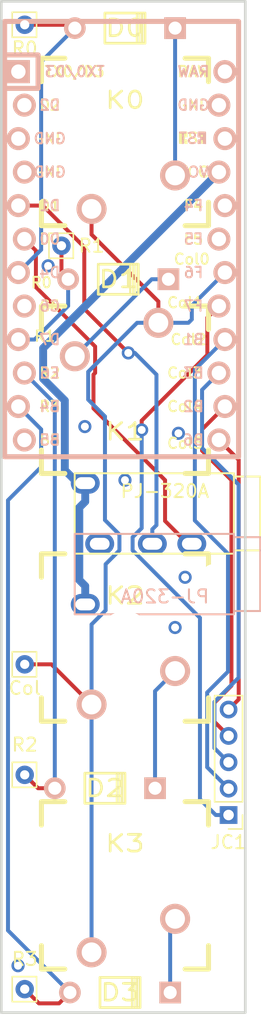
<source format=kicad_pcb>
(kicad_pcb (version 20171130) (host pcbnew 5.0.2-bee76a0~70~ubuntu18.04.1)

  (general
    (thickness 1.6)
    (drawings 4)
    (tracks 132)
    (zones 0)
    (modules 16)
    (nets 19)
  )

  (page User 210.007 148.488)
  (layers
    (0 F.Cu signal)
    (31 B.Cu signal)
    (32 B.Adhes user hide)
    (33 F.Adhes user)
    (34 B.Paste user hide)
    (35 F.Paste user)
    (36 B.SilkS user hide)
    (37 F.SilkS user)
    (38 B.Mask user hide)
    (39 F.Mask user)
    (40 Dwgs.User user)
    (41 Cmts.User user)
    (42 Eco1.User user)
    (43 Eco2.User user)
    (44 Edge.Cuts user)
    (45 Margin user)
    (46 B.CrtYd user hide)
    (47 F.CrtYd user)
    (48 B.Fab user hide)
    (49 F.Fab user hide)
  )

  (setup
    (last_trace_width 0.3)
    (trace_clearance 0.25)
    (zone_clearance 0.15)
    (zone_45_only no)
    (trace_min 0.16)
    (segment_width 0.2)
    (edge_width 0.15)
    (via_size 1)
    (via_drill 0.6)
    (via_min_size 0.4)
    (via_min_drill 0.3)
    (uvia_size 0.3)
    (uvia_drill 0.1)
    (uvias_allowed no)
    (uvia_min_size 0.2)
    (uvia_min_drill 0.1)
    (pcb_text_width 0.3)
    (pcb_text_size 1.5 1.5)
    (mod_edge_width 0.15)
    (mod_text_size 1 1)
    (mod_text_width 0.15)
    (pad_size 1.5 1)
    (pad_drill 0)
    (pad_to_mask_clearance 0.2)
    (solder_mask_min_width 0.25)
    (aux_axis_origin 0 0)
    (visible_elements FFFFFF7F)
    (pcbplotparams
      (layerselection 0x010fc_ffffffff)
      (usegerberextensions false)
      (usegerberattributes false)
      (usegerberadvancedattributes false)
      (creategerberjobfile false)
      (excludeedgelayer true)
      (linewidth 0.100000)
      (plotframeref false)
      (viasonmask false)
      (mode 1)
      (useauxorigin false)
      (hpglpennumber 1)
      (hpglpenspeed 20)
      (hpglpendiameter 15.000000)
      (psnegative false)
      (psa4output false)
      (plotreference true)
      (plotvalue true)
      (plotinvisibletext false)
      (padsonsilk false)
      (subtractmaskfromsilk false)
      (outputformat 1)
      (mirror false)
      (drillshape 0)
      (scaleselection 1)
      (outputdirectory "ColKeys.gbr/"))
  )

  (net 0 "")
  (net 1 Row1)
  (net 2 Row2)
  (net 3 Row3)
  (net 4 Row0)
  (net 5 Col1)
  (net 6 Col2)
  (net 7 Col3)
  (net 8 Col4)
  (net 9 Col5)
  (net 10 GND)
  (net 11 SCL)
  (net 12 SDA)
  (net 13 Col0)
  (net 14 VCC)
  (net 15 "Net-(D0-Pad2)")
  (net 16 "Net-(D1-Pad2)")
  (net 17 "Net-(D2-Pad2)")
  (net 18 "Net-(D3-Pad2)")

  (net_class Default "This is the default net class."
    (clearance 0.25)
    (trace_width 0.3)
    (via_dia 1)
    (via_drill 0.6)
    (uvia_dia 0.3)
    (uvia_drill 0.1)
    (add_net Col0)
    (add_net Col1)
    (add_net Col2)
    (add_net Col3)
    (add_net Col4)
    (add_net Col5)
    (add_net "Net-(D0-Pad2)")
    (add_net "Net-(D1-Pad2)")
    (add_net "Net-(D2-Pad2)")
    (add_net "Net-(D3-Pad2)")
    (add_net Row0)
    (add_net Row1)
    (add_net Row2)
    (add_net Row3)
    (add_net SCL)
    (add_net SDA)
  )

  (net_class Fine ""
    (clearance 0.15)
    (trace_width 0.16)
    (via_dia 0.4)
    (via_drill 0.3)
    (uvia_dia 0.3)
    (uvia_drill 0.1)
  )

  (net_class Power ""
    (clearance 0.15)
    (trace_width 0.6)
    (via_dia 0.8)
    (via_drill 0.4)
    (uvia_dia 0.3)
    (uvia_drill 0.1)
    (add_net GND)
    (add_net VCC)
  )

  (net_class USBData ""
    (clearance 0.16)
    (trace_width 0.16)
    (via_dia 0.8)
    (via_drill 0.4)
    (uvia_dia 0.3)
    (uvia_drill 0.1)
  )

  (module Connector_Pin:Pin_D0.7mm_L6.5mm_W1.8mm_FlatFork (layer F.Cu) (tedit 5E1B7BB6) (tstamp 5E1ABAED)
    (at 28.194 61.468)
    (descr "solder Pin_ with flat fork, hole diameter 0.7mm, length 6.5mm, width 1.8mm")
    (tags "solder Pin_ with flat fork")
    (path /5E1AAFF0)
    (fp_text reference Col (at 0 1.8) (layer F.SilkS)
      (effects (font (size 1 1) (thickness 0.15)))
    )
    (fp_text value Conn_01x01 (at 0 -1.8) (layer F.Fab)
      (effects (font (size 1 1) (thickness 0.15)))
    )
    (fp_line (start 1.35 1.2) (end -1.4 1.2) (layer F.CrtYd) (width 0.05))
    (fp_line (start 1.35 1.2) (end 1.35 -1.2) (layer F.CrtYd) (width 0.05))
    (fp_line (start -1.4 -1.2) (end -1.4 1.2) (layer F.CrtYd) (width 0.05))
    (fp_line (start -1.4 -1.2) (end 1.35 -1.2) (layer F.CrtYd) (width 0.05))
    (fp_line (start -0.9 0.25) (end -0.9 -0.25) (layer F.Fab) (width 0.12))
    (fp_line (start 0.85 0.25) (end -0.9 0.25) (layer F.Fab) (width 0.12))
    (fp_line (start 0.85 -0.25) (end 0.85 0.25) (layer F.Fab) (width 0.12))
    (fp_line (start -0.9 -0.25) (end 0.85 -0.25) (layer F.Fab) (width 0.12))
    (fp_line (start 0.9 -0.95) (end -0.95 -0.95) (layer F.SilkS) (width 0.12))
    (fp_line (start 0.9 -0.9) (end 0.9 -0.95) (layer F.SilkS) (width 0.12))
    (fp_line (start 0.9 0.95) (end 0.9 -0.9) (layer F.SilkS) (width 0.12))
    (fp_line (start -0.95 0.95) (end 0.9 0.95) (layer F.SilkS) (width 0.12))
    (fp_line (start -0.95 -0.95) (end -0.95 0.95) (layer F.SilkS) (width 0.12))
    (fp_text user %R (at 0 1.8) (layer F.Fab)
      (effects (font (size 1 1) (thickness 0.15)))
    )
    (pad 1 thru_hole circle (at 0 0) (size 1.4 1.4) (drill 0.7) (layers *.Cu *.Mask)
      (net 13 Col0))
    (model ${KISYS3DMOD}/Connector_Pin.3dshapes/Pin_D0.7mm_L6.5mm_W1.8mm_FlatFork.wrl
      (at (xyz 0 0 0))
      (scale (xyz 1 1 1))
      (rotate (xyz 0 0 0))
    )
  )

  (module Connector_Pin:Pin_D0.7mm_L6.5mm_W1.8mm_FlatFork (layer F.Cu) (tedit 5A1DC084) (tstamp 5E1ABB01)
    (at 30.988 29.718)
    (descr "solder Pin_ with flat fork, hole diameter 0.7mm, length 6.5mm, width 1.8mm")
    (tags "solder Pin_ with flat fork")
    (path /5E1DCA8F)
    (fp_text reference R1 (at 2.286 0) (layer F.SilkS)
      (effects (font (size 1 1) (thickness 0.15)))
    )
    (fp_text value Conn_01x01 (at 0 -1.8) (layer F.Fab)
      (effects (font (size 1 1) (thickness 0.15)))
    )
    (fp_line (start 1.35 1.2) (end -1.4 1.2) (layer F.CrtYd) (width 0.05))
    (fp_line (start 1.35 1.2) (end 1.35 -1.2) (layer F.CrtYd) (width 0.05))
    (fp_line (start -1.4 -1.2) (end -1.4 1.2) (layer F.CrtYd) (width 0.05))
    (fp_line (start -1.4 -1.2) (end 1.35 -1.2) (layer F.CrtYd) (width 0.05))
    (fp_line (start -0.9 0.25) (end -0.9 -0.25) (layer F.Fab) (width 0.12))
    (fp_line (start 0.85 0.25) (end -0.9 0.25) (layer F.Fab) (width 0.12))
    (fp_line (start 0.85 -0.25) (end 0.85 0.25) (layer F.Fab) (width 0.12))
    (fp_line (start -0.9 -0.25) (end 0.85 -0.25) (layer F.Fab) (width 0.12))
    (fp_line (start 0.9 -0.95) (end -0.95 -0.95) (layer F.SilkS) (width 0.12))
    (fp_line (start 0.9 -0.9) (end 0.9 -0.95) (layer F.SilkS) (width 0.12))
    (fp_line (start 0.9 0.95) (end 0.9 -0.9) (layer F.SilkS) (width 0.12))
    (fp_line (start -0.95 0.95) (end 0.9 0.95) (layer F.SilkS) (width 0.12))
    (fp_line (start -0.95 -0.95) (end -0.95 0.95) (layer F.SilkS) (width 0.12))
    (fp_text user %R (at 0 1.8) (layer F.Fab)
      (effects (font (size 1 1) (thickness 0.15)))
    )
    (pad 1 thru_hole circle (at 0 0) (size 1.4 1.4) (drill 0.7) (layers *.Cu *.Mask)
      (net 1 Row1))
    (model ${KISYS3DMOD}/Connector_Pin.3dshapes/Pin_D0.7mm_L6.5mm_W1.8mm_FlatFork.wrl
      (at (xyz 0 0 0))
      (scale (xyz 1 1 1))
      (rotate (xyz 0 0 0))
    )
  )

  (module Connector_Pin:Pin_D0.7mm_L6.5mm_W1.8mm_FlatFork (layer F.Cu) (tedit 5A1DC084) (tstamp 5E1ABB0B)
    (at 28.194 69.85)
    (descr "solder Pin_ with flat fork, hole diameter 0.7mm, length 6.5mm, width 1.8mm")
    (tags "solder Pin_ with flat fork")
    (path /5E1DCAE1)
    (fp_text reference R2 (at 0 -2.286) (layer F.SilkS)
      (effects (font (size 1 1) (thickness 0.15)))
    )
    (fp_text value Conn_01x01 (at 0 -1.8) (layer F.Fab)
      (effects (font (size 1 1) (thickness 0.15)))
    )
    (fp_line (start 1.35 1.2) (end -1.4 1.2) (layer F.CrtYd) (width 0.05))
    (fp_line (start 1.35 1.2) (end 1.35 -1.2) (layer F.CrtYd) (width 0.05))
    (fp_line (start -1.4 -1.2) (end -1.4 1.2) (layer F.CrtYd) (width 0.05))
    (fp_line (start -1.4 -1.2) (end 1.35 -1.2) (layer F.CrtYd) (width 0.05))
    (fp_line (start -0.9 0.25) (end -0.9 -0.25) (layer F.Fab) (width 0.12))
    (fp_line (start 0.85 0.25) (end -0.9 0.25) (layer F.Fab) (width 0.12))
    (fp_line (start 0.85 -0.25) (end 0.85 0.25) (layer F.Fab) (width 0.12))
    (fp_line (start -0.9 -0.25) (end 0.85 -0.25) (layer F.Fab) (width 0.12))
    (fp_line (start 0.9 -0.95) (end -0.95 -0.95) (layer F.SilkS) (width 0.12))
    (fp_line (start 0.9 -0.9) (end 0.9 -0.95) (layer F.SilkS) (width 0.12))
    (fp_line (start 0.9 0.95) (end 0.9 -0.9) (layer F.SilkS) (width 0.12))
    (fp_line (start -0.95 0.95) (end 0.9 0.95) (layer F.SilkS) (width 0.12))
    (fp_line (start -0.95 -0.95) (end -0.95 0.95) (layer F.SilkS) (width 0.12))
    (fp_text user %R (at 0 1.8) (layer F.Fab)
      (effects (font (size 1 1) (thickness 0.15)))
    )
    (pad 1 thru_hole circle (at 0 0) (size 1.4 1.4) (drill 0.7) (layers *.Cu *.Mask)
      (net 2 Row2))
    (model ${KISYS3DMOD}/Connector_Pin.3dshapes/Pin_D0.7mm_L6.5mm_W1.8mm_FlatFork.wrl
      (at (xyz 0 0 0))
      (scale (xyz 1 1 1))
      (rotate (xyz 0 0 0))
    )
  )

  (module Connector_Pin:Pin_D0.7mm_L6.5mm_W1.8mm_FlatFork (layer F.Cu) (tedit 5A1DC084) (tstamp 5E1ABB15)
    (at 28.194 86.106)
    (descr "solder Pin_ with flat fork, hole diameter 0.7mm, length 6.5mm, width 1.8mm")
    (tags "solder Pin_ with flat fork")
    (path /5E1DCB29)
    (fp_text reference R3 (at 0 -2.286) (layer F.SilkS)
      (effects (font (size 1 1) (thickness 0.15)))
    )
    (fp_text value Conn_01x01 (at 0 -1.8) (layer F.Fab)
      (effects (font (size 1 1) (thickness 0.15)))
    )
    (fp_line (start 1.35 1.2) (end -1.4 1.2) (layer F.CrtYd) (width 0.05))
    (fp_line (start 1.35 1.2) (end 1.35 -1.2) (layer F.CrtYd) (width 0.05))
    (fp_line (start -1.4 -1.2) (end -1.4 1.2) (layer F.CrtYd) (width 0.05))
    (fp_line (start -1.4 -1.2) (end 1.35 -1.2) (layer F.CrtYd) (width 0.05))
    (fp_line (start -0.9 0.25) (end -0.9 -0.25) (layer F.Fab) (width 0.12))
    (fp_line (start 0.85 0.25) (end -0.9 0.25) (layer F.Fab) (width 0.12))
    (fp_line (start 0.85 -0.25) (end 0.85 0.25) (layer F.Fab) (width 0.12))
    (fp_line (start -0.9 -0.25) (end 0.85 -0.25) (layer F.Fab) (width 0.12))
    (fp_line (start 0.9 -0.95) (end -0.95 -0.95) (layer F.SilkS) (width 0.12))
    (fp_line (start 0.9 -0.9) (end 0.9 -0.95) (layer F.SilkS) (width 0.12))
    (fp_line (start 0.9 0.95) (end 0.9 -0.9) (layer F.SilkS) (width 0.12))
    (fp_line (start -0.95 0.95) (end 0.9 0.95) (layer F.SilkS) (width 0.12))
    (fp_line (start -0.95 -0.95) (end -0.95 0.95) (layer F.SilkS) (width 0.12))
    (fp_text user %R (at 0 1.8) (layer F.Fab)
      (effects (font (size 1 1) (thickness 0.15)))
    )
    (pad 1 thru_hole circle (at 0 0) (size 1.4 1.4) (drill 0.7) (layers *.Cu *.Mask)
      (net 3 Row3))
    (model ${KISYS3DMOD}/Connector_Pin.3dshapes/Pin_D0.7mm_L6.5mm_W1.8mm_FlatFork.wrl
      (at (xyz 0 0 0))
      (scale (xyz 1 1 1))
      (rotate (xyz 0 0 0))
    )
  )

  (module Connector_Pin:Pin_D0.7mm_L6.5mm_W1.8mm_FlatFork (layer F.Cu) (tedit 5A1DC084) (tstamp 5E1ABAF7)
    (at 28.194 12.954)
    (descr "solder Pin_ with flat fork, hole diameter 0.7mm, length 6.5mm, width 1.8mm")
    (tags "solder Pin_ with flat fork")
    (path /5E1DC9BB)
    (fp_text reference R0 (at 0 1.8) (layer F.SilkS)
      (effects (font (size 1 1) (thickness 0.15)))
    )
    (fp_text value Conn_01x01 (at 0 -1.8) (layer F.Fab)
      (effects (font (size 1 1) (thickness 0.15)))
    )
    (fp_line (start 1.35 1.2) (end -1.4 1.2) (layer F.CrtYd) (width 0.05))
    (fp_line (start 1.35 1.2) (end 1.35 -1.2) (layer F.CrtYd) (width 0.05))
    (fp_line (start -1.4 -1.2) (end -1.4 1.2) (layer F.CrtYd) (width 0.05))
    (fp_line (start -1.4 -1.2) (end 1.35 -1.2) (layer F.CrtYd) (width 0.05))
    (fp_line (start -0.9 0.25) (end -0.9 -0.25) (layer F.Fab) (width 0.12))
    (fp_line (start 0.85 0.25) (end -0.9 0.25) (layer F.Fab) (width 0.12))
    (fp_line (start 0.85 -0.25) (end 0.85 0.25) (layer F.Fab) (width 0.12))
    (fp_line (start -0.9 -0.25) (end 0.85 -0.25) (layer F.Fab) (width 0.12))
    (fp_line (start 0.9 -0.95) (end -0.95 -0.95) (layer F.SilkS) (width 0.12))
    (fp_line (start 0.9 -0.9) (end 0.9 -0.95) (layer F.SilkS) (width 0.12))
    (fp_line (start 0.9 0.95) (end 0.9 -0.9) (layer F.SilkS) (width 0.12))
    (fp_line (start -0.95 0.95) (end 0.9 0.95) (layer F.SilkS) (width 0.12))
    (fp_line (start -0.95 -0.95) (end -0.95 0.95) (layer F.SilkS) (width 0.12))
    (fp_text user %R (at 0 1.8) (layer F.Fab)
      (effects (font (size 1 1) (thickness 0.15)))
    )
    (pad 1 thru_hole circle (at 0 0) (size 1.4 1.4) (drill 0.7) (layers *.Cu *.Mask)
      (net 4 Row0))
    (model ${KISYS3DMOD}/Connector_Pin.3dshapes/Pin_D0.7mm_L6.5mm_W1.8mm_FlatFork.wrl
      (at (xyz 0 0 0))
      (scale (xyz 1 1 1))
      (rotate (xyz 0 0 0))
    )
  )

  (module Keebio-Parts:MX_Plate_100H (layer F.Cu) (tedit 582C9B49) (tstamp 5E1AB239)
    (at 35.814 40.64)
    (path /5E1AA21A)
    (fp_text reference K1 (at 0 3.175) (layer F.SilkS)
      (effects (font (size 1.27 1.524) (thickness 0.2032)))
    )
    (fp_text value K34 (at 0 5.08) (layer F.SilkS) hide
      (effects (font (size 1.27 1.524) (thickness 0.2032)))
    )
    (fp_line (start -6.35 -4.572) (end -6.35 -6.35) (layer F.SilkS) (width 0.381))
    (fp_line (start -6.35 6.35) (end -6.35 4.572) (layer F.SilkS) (width 0.381))
    (fp_line (start -4.572 6.35) (end -6.35 6.35) (layer F.SilkS) (width 0.381))
    (fp_line (start 6.35 6.35) (end 4.572 6.35) (layer F.SilkS) (width 0.381))
    (fp_line (start 6.35 4.572) (end 6.35 6.35) (layer F.SilkS) (width 0.381))
    (fp_line (start 6.35 -6.35) (end 6.35 -4.572) (layer F.SilkS) (width 0.381))
    (fp_line (start 4.572 -6.35) (end 6.35 -6.35) (layer F.SilkS) (width 0.381))
    (fp_line (start -6.35 -6.35) (end -4.572 -6.35) (layer F.SilkS) (width 0.381))
    (fp_line (start -9.398 9.398) (end -9.398 -9.398) (layer Dwgs.User) (width 0.1524))
    (fp_line (start 9.398 9.398) (end -9.398 9.398) (layer Dwgs.User) (width 0.1524))
    (fp_line (start 9.398 -9.398) (end 9.398 9.398) (layer Dwgs.User) (width 0.1524))
    (fp_line (start -9.398 -9.398) (end 9.398 -9.398) (layer Dwgs.User) (width 0.1524))
    (fp_line (start -6.35 6.35) (end -6.35 -6.35) (layer Cmts.User) (width 0.1524))
    (fp_line (start 6.35 6.35) (end -6.35 6.35) (layer Cmts.User) (width 0.1524))
    (fp_line (start 6.35 -6.35) (end 6.35 6.35) (layer Cmts.User) (width 0.1524))
    (fp_line (start -6.35 -6.35) (end 6.35 -6.35) (layer Cmts.User) (width 0.1524))
    (fp_text user 1.00u (at -5.715 8.255) (layer Dwgs.User)
      (effects (font (size 1.524 1.524) (thickness 0.3048)))
    )
    (pad HOLE np_thru_hole circle (at 0 0) (size 3.9878 3.9878) (drill 3.9878) (layers *.Cu))
    (pad 2 thru_hole circle (at -3.81 -2.54) (size 2.286 2.286) (drill 1.4986) (layers *.Cu *.SilkS *.Mask)
      (net 16 "Net-(D1-Pad2)"))
    (pad 1 thru_hole circle (at 2.54 -5.08) (size 2.286 2.286) (drill 1.4986) (layers *.Cu *.SilkS *.Mask)
      (net 13 Col0))
  )

  (module Keebio-Parts:MX_Plate_100H (layer F.Cu) (tedit 582C9B49) (tstamp 5E1AB221)
    (at 35.814 21.844 180)
    (path /5E1AA260)
    (fp_text reference K0 (at 0 3.175 180) (layer F.SilkS)
      (effects (font (size 1.27 1.524) (thickness 0.2032)))
    )
    (fp_text value K34 (at 0 5.08 180) (layer F.SilkS) hide
      (effects (font (size 1.27 1.524) (thickness 0.2032)))
    )
    (fp_text user 1.00u (at -5.715 8.255 180) (layer Dwgs.User)
      (effects (font (size 1.524 1.524) (thickness 0.3048)))
    )
    (fp_line (start -6.35 -6.35) (end 6.35 -6.35) (layer Cmts.User) (width 0.1524))
    (fp_line (start 6.35 -6.35) (end 6.35 6.35) (layer Cmts.User) (width 0.1524))
    (fp_line (start 6.35 6.35) (end -6.35 6.35) (layer Cmts.User) (width 0.1524))
    (fp_line (start -6.35 6.35) (end -6.35 -6.35) (layer Cmts.User) (width 0.1524))
    (fp_line (start -9.398 -9.398) (end 9.398 -9.398) (layer Dwgs.User) (width 0.1524))
    (fp_line (start 9.398 -9.398) (end 9.398 9.398) (layer Dwgs.User) (width 0.1524))
    (fp_line (start 9.398 9.398) (end -9.398 9.398) (layer Dwgs.User) (width 0.1524))
    (fp_line (start -9.398 9.398) (end -9.398 -9.398) (layer Dwgs.User) (width 0.1524))
    (fp_line (start -6.35 -6.35) (end -4.572 -6.35) (layer F.SilkS) (width 0.381))
    (fp_line (start 4.572 -6.35) (end 6.35 -6.35) (layer F.SilkS) (width 0.381))
    (fp_line (start 6.35 -6.35) (end 6.35 -4.572) (layer F.SilkS) (width 0.381))
    (fp_line (start 6.35 4.572) (end 6.35 6.35) (layer F.SilkS) (width 0.381))
    (fp_line (start 6.35 6.35) (end 4.572 6.35) (layer F.SilkS) (width 0.381))
    (fp_line (start -4.572 6.35) (end -6.35 6.35) (layer F.SilkS) (width 0.381))
    (fp_line (start -6.35 6.35) (end -6.35 4.572) (layer F.SilkS) (width 0.381))
    (fp_line (start -6.35 -4.572) (end -6.35 -6.35) (layer F.SilkS) (width 0.381))
    (pad 1 thru_hole circle (at 2.54 -5.08 180) (size 2.286 2.286) (drill 1.4986) (layers *.Cu *.SilkS *.Mask)
      (net 13 Col0))
    (pad 2 thru_hole circle (at -3.81 -2.54 180) (size 2.286 2.286) (drill 1.4986) (layers *.Cu *.SilkS *.Mask)
      (net 15 "Net-(D0-Pad2)"))
    (pad HOLE np_thru_hole circle (at 0 0 180) (size 3.9878 3.9878) (drill 3.9878) (layers *.Cu))
  )

  (module Connector_PinHeader_2.00mm:PinHeader_1x05_P2.00mm_Vertical (layer F.Cu) (tedit 59FED667) (tstamp 5E33A1CB)
    (at 43.688 72.898 180)
    (descr "Through hole straight pin header, 1x05, 2.00mm pitch, single row")
    (tags "Through hole pin header THT 1x05 2.00mm single row")
    (path /5E1CE647)
    (fp_text reference JC1 (at 0 -2.06 180) (layer F.SilkS)
      (effects (font (size 1 1) (thickness 0.15)))
    )
    (fp_text value Conn_01x05 (at 0 10.06 180) (layer F.Fab)
      (effects (font (size 1 1) (thickness 0.15)))
    )
    (fp_line (start -0.5 -1) (end 1 -1) (layer F.Fab) (width 0.1))
    (fp_line (start 1 -1) (end 1 9) (layer F.Fab) (width 0.1))
    (fp_line (start 1 9) (end -1 9) (layer F.Fab) (width 0.1))
    (fp_line (start -1 9) (end -1 -0.5) (layer F.Fab) (width 0.1))
    (fp_line (start -1 -0.5) (end -0.5 -1) (layer F.Fab) (width 0.1))
    (fp_line (start -1.06 9.06) (end 1.06 9.06) (layer F.SilkS) (width 0.12))
    (fp_line (start -1.06 1) (end -1.06 9.06) (layer F.SilkS) (width 0.12))
    (fp_line (start 1.06 1) (end 1.06 9.06) (layer F.SilkS) (width 0.12))
    (fp_line (start -1.06 1) (end 1.06 1) (layer F.SilkS) (width 0.12))
    (fp_line (start -1.06 0) (end -1.06 -1.06) (layer F.SilkS) (width 0.12))
    (fp_line (start -1.06 -1.06) (end 0 -1.06) (layer F.SilkS) (width 0.12))
    (fp_line (start -1.5 -1.5) (end -1.5 9.5) (layer F.CrtYd) (width 0.05))
    (fp_line (start -1.5 9.5) (end 1.5 9.5) (layer F.CrtYd) (width 0.05))
    (fp_line (start 1.5 9.5) (end 1.5 -1.5) (layer F.CrtYd) (width 0.05))
    (fp_line (start 1.5 -1.5) (end -1.5 -1.5) (layer F.CrtYd) (width 0.05))
    (fp_text user %R (at 0 4 270) (layer F.Fab)
      (effects (font (size 1 1) (thickness 0.15)))
    )
    (pad 1 thru_hole rect (at 0 0 180) (size 1.35 1.35) (drill 0.8) (layers *.Cu *.Mask)
      (net 5 Col1))
    (pad 2 thru_hole oval (at 0 2 180) (size 1.35 1.35) (drill 0.8) (layers *.Cu *.Mask)
      (net 6 Col2))
    (pad 3 thru_hole oval (at 0 4 180) (size 1.35 1.35) (drill 0.8) (layers *.Cu *.Mask)
      (net 7 Col3))
    (pad 4 thru_hole oval (at 0 6 180) (size 1.35 1.35) (drill 0.8) (layers *.Cu *.Mask)
      (net 8 Col4))
    (pad 5 thru_hole oval (at 0 8 180) (size 1.35 1.35) (drill 0.8) (layers *.Cu *.Mask)
      (net 9 Col5))
    (model ${KISYS3DMOD}/Connector_PinHeader_2.00mm.3dshapes/PinHeader_1x05_P2.00mm_Vertical.wrl
      (at (xyz 0 0 0))
      (scale (xyz 1 1 1))
      (rotate (xyz 0 0 0))
    )
  )

  (module Keebio-Parts:MX_Plate_100H (layer F.Cu) (tedit 582C9B49) (tstamp 5E33A1E3)
    (at 35.814 59.436 180)
    (path /5E1AA1BA)
    (fp_text reference K2 (at 0 3.175 180) (layer F.SilkS)
      (effects (font (size 1.27 1.524) (thickness 0.2032)))
    )
    (fp_text value K34 (at 0 5.08 180) (layer F.SilkS) hide
      (effects (font (size 1.27 1.524) (thickness 0.2032)))
    )
    (fp_text user 1.00u (at -5.715 8.255 180) (layer Dwgs.User)
      (effects (font (size 1.524 1.524) (thickness 0.3048)))
    )
    (fp_line (start -6.35 -6.35) (end 6.35 -6.35) (layer Cmts.User) (width 0.1524))
    (fp_line (start 6.35 -6.35) (end 6.35 6.35) (layer Cmts.User) (width 0.1524))
    (fp_line (start 6.35 6.35) (end -6.35 6.35) (layer Cmts.User) (width 0.1524))
    (fp_line (start -6.35 6.35) (end -6.35 -6.35) (layer Cmts.User) (width 0.1524))
    (fp_line (start -9.398 -9.398) (end 9.398 -9.398) (layer Dwgs.User) (width 0.1524))
    (fp_line (start 9.398 -9.398) (end 9.398 9.398) (layer Dwgs.User) (width 0.1524))
    (fp_line (start 9.398 9.398) (end -9.398 9.398) (layer Dwgs.User) (width 0.1524))
    (fp_line (start -9.398 9.398) (end -9.398 -9.398) (layer Dwgs.User) (width 0.1524))
    (fp_line (start -6.35 -6.35) (end -4.572 -6.35) (layer F.SilkS) (width 0.381))
    (fp_line (start 4.572 -6.35) (end 6.35 -6.35) (layer F.SilkS) (width 0.381))
    (fp_line (start 6.35 -6.35) (end 6.35 -4.572) (layer F.SilkS) (width 0.381))
    (fp_line (start 6.35 4.572) (end 6.35 6.35) (layer F.SilkS) (width 0.381))
    (fp_line (start 6.35 6.35) (end 4.572 6.35) (layer F.SilkS) (width 0.381))
    (fp_line (start -4.572 6.35) (end -6.35 6.35) (layer F.SilkS) (width 0.381))
    (fp_line (start -6.35 6.35) (end -6.35 4.572) (layer F.SilkS) (width 0.381))
    (fp_line (start -6.35 -4.572) (end -6.35 -6.35) (layer F.SilkS) (width 0.381))
    (pad 1 thru_hole circle (at 2.54 -5.08 180) (size 2.286 2.286) (drill 1.4986) (layers *.Cu *.SilkS *.Mask)
      (net 13 Col0))
    (pad 2 thru_hole circle (at -3.81 -2.54 180) (size 2.286 2.286) (drill 1.4986) (layers *.Cu *.SilkS *.Mask)
      (net 17 "Net-(D2-Pad2)"))
    (pad HOLE np_thru_hole circle (at 0 0 180) (size 3.9878 3.9878) (drill 3.9878) (layers *.Cu))
  )

  (module Keebio-Parts:ArduinoProMicro-ZigZag (layer F.Cu) (tedit 5E1B7C55) (tstamp 5E33AC62)
    (at 35.56 30.48 270)
    (path /5E18243D)
    (fp_text reference U1 (at 0 1.625 270) (layer F.SilkS) hide
      (effects (font (size 1 1) (thickness 0.2)))
    )
    (fp_text value Elite-C (at 0 0 270) (layer F.SilkS) hide
      (effects (font (size 1 1) (thickness 0.2)))
    )
    (fp_line (start -12.7 6.35) (end -12.7 8.89) (layer B.SilkS) (width 0.381))
    (fp_line (start -15.24 6.35) (end -12.7 6.35) (layer B.SilkS) (width 0.381))
    (fp_text user D2 (at -11.43 5.461) (layer B.SilkS)
      (effects (font (size 0.8 0.8) (thickness 0.15)) (justify mirror))
    )
    (fp_text user D0 (at -1.27 5.461) (layer B.SilkS)
      (effects (font (size 0.8 0.8) (thickness 0.15)) (justify mirror))
    )
    (fp_text user D1 (at -3.81 5.461) (layer B.SilkS)
      (effects (font (size 0.8 0.8) (thickness 0.15)) (justify mirror))
    )
    (fp_text user GND (at -6.35 5.461) (layer B.SilkS)
      (effects (font (size 0.8 0.8) (thickness 0.15)) (justify mirror))
    )
    (fp_text user GND (at -8.89 5.461) (layer B.SilkS)
      (effects (font (size 0.8 0.8) (thickness 0.15)) (justify mirror))
    )
    (fp_text user D4 (at 1.27 5.461) (layer B.SilkS)
      (effects (font (size 0.8 0.8) (thickness 0.15)) (justify mirror))
    )
    (fp_text user C6 (at 3.81 5.461) (layer B.SilkS)
      (effects (font (size 0.8 0.8) (thickness 0.15)) (justify mirror))
    )
    (fp_text user D7 (at 6.35 5.461) (layer B.SilkS)
      (effects (font (size 0.8 0.8) (thickness 0.15)) (justify mirror))
    )
    (fp_text user E6 (at 8.89 5.461) (layer B.SilkS)
      (effects (font (size 0.8 0.8) (thickness 0.15)) (justify mirror))
    )
    (fp_text user B4 (at 11.43 5.461) (layer B.SilkS)
      (effects (font (size 0.8 0.8) (thickness 0.15)) (justify mirror))
    )
    (fp_text user B5 (at 13.97 5.461) (layer B.SilkS)
      (effects (font (size 0.8 0.8) (thickness 0.15)) (justify mirror))
    )
    (fp_text user B6 (at 13.97 -5.461) (layer B.SilkS)
      (effects (font (size 0.8 0.8) (thickness 0.15)) (justify mirror))
    )
    (fp_text user Col4 (at 11.43 -4.826) (layer F.SilkS)
      (effects (font (size 0.8 0.8) (thickness 0.15)))
    )
    (fp_text user B3 (at 8.89 -5.461) (layer B.SilkS)
      (effects (font (size 0.8 0.8) (thickness 0.15)) (justify mirror))
    )
    (fp_text user B1 (at 6.35 -5.461) (layer B.SilkS)
      (effects (font (size 0.8 0.8) (thickness 0.15)) (justify mirror))
    )
    (fp_text user Col1 (at 3.556 -4.826) (layer F.SilkS)
      (effects (font (size 0.8 0.8) (thickness 0.15)))
    )
    (fp_text user Col0 (at 0.254 -5.334) (layer F.SilkS)
      (effects (font (size 0.8 0.8) (thickness 0.15)))
    )
    (fp_text user F5 (at -1.27 -5.461) (layer F.SilkS)
      (effects (font (size 0.8 0.8) (thickness 0.15)))
    )
    (fp_text user F4 (at -3.81 -5.461) (layer B.SilkS)
      (effects (font (size 0.8 0.8) (thickness 0.15)) (justify mirror))
    )
    (fp_text user VCC (at -6.35 -5.461) (layer B.SilkS)
      (effects (font (size 0.8 0.8) (thickness 0.15)) (justify mirror))
    )
    (fp_text user GND (at -11.43 -5.461) (layer B.SilkS)
      (effects (font (size 0.8 0.8) (thickness 0.15)) (justify mirror))
    )
    (fp_text user RAW (at -13.97 -5.461) (layer B.SilkS)
      (effects (font (size 0.8 0.8) (thickness 0.15)) (justify mirror))
    )
    (fp_text user RAW (at -13.97 -5.461) (layer F.SilkS)
      (effects (font (size 0.8 0.8) (thickness 0.15)))
    )
    (fp_text user GND (at -11.43 -5.461) (layer F.SilkS)
      (effects (font (size 0.8 0.8) (thickness 0.15)))
    )
    (fp_text user ST (at -8.92 -5.73312) (layer F.SilkS)
      (effects (font (size 0.8 0.8) (thickness 0.15)))
    )
    (fp_text user VCC (at -6.35 -5.461) (layer F.SilkS)
      (effects (font (size 0.8 0.8) (thickness 0.15)))
    )
    (fp_text user F4 (at -3.81 -5.461) (layer F.SilkS)
      (effects (font (size 0.8 0.8) (thickness 0.15)))
    )
    (fp_text user F5 (at -1.27 -5.461) (layer B.SilkS)
      (effects (font (size 0.8 0.8) (thickness 0.15)) (justify mirror))
    )
    (fp_text user F6 (at 1.27 -5.461) (layer B.SilkS)
      (effects (font (size 0.8 0.8) (thickness 0.15)) (justify mirror))
    )
    (fp_text user F7 (at 3.81 -5.461) (layer B.SilkS)
      (effects (font (size 0.8 0.8) (thickness 0.15)) (justify mirror))
    )
    (fp_text user Col2 (at 6.35 -5.08) (layer F.SilkS)
      (effects (font (size 0.8 0.8) (thickness 0.15)))
    )
    (fp_text user Col3 (at 8.89 -4.826) (layer F.SilkS)
      (effects (font (size 0.8 0.8) (thickness 0.15)))
    )
    (fp_text user B2 (at 11.43 -5.461) (layer B.SilkS)
      (effects (font (size 0.8 0.8) (thickness 0.15)) (justify mirror))
    )
    (fp_text user Col5 (at 14.224 -4.826) (layer F.SilkS)
      (effects (font (size 0.8 0.8) (thickness 0.15)))
    )
    (fp_text user B5 (at 13.97 5.461) (layer F.SilkS)
      (effects (font (size 0.8 0.8) (thickness 0.15)))
    )
    (fp_text user R3 (at 11.43 5.461) (layer F.SilkS)
      (effects (font (size 0.8 0.8) (thickness 0.15)))
    )
    (fp_text user R2 (at 8.89 5.461) (layer F.SilkS)
      (effects (font (size 0.8 0.8) (thickness 0.15)))
    )
    (fp_text user R1 (at 6.096 5.842) (layer F.SilkS)
      (effects (font (size 0.8 0.8) (thickness 0.15)))
    )
    (fp_text user C6 (at 3.81 5.461) (layer F.SilkS)
      (effects (font (size 0.8 0.8) (thickness 0.15)))
    )
    (fp_text user R0 (at 2.032 6.096) (layer F.SilkS)
      (effects (font (size 0.8 0.8) (thickness 0.15)))
    )
    (fp_text user GND (at -8.89 5.461) (layer F.SilkS)
      (effects (font (size 0.8 0.8) (thickness 0.15)))
    )
    (fp_text user GND (at -6.35 5.461) (layer F.SilkS)
      (effects (font (size 0.8 0.8) (thickness 0.15)))
    )
    (fp_text user D1 (at -3.81 5.461) (layer F.SilkS)
      (effects (font (size 0.8 0.8) (thickness 0.15)))
    )
    (fp_text user D0 (at -1.27 5.461) (layer F.SilkS)
      (effects (font (size 0.8 0.8) (thickness 0.15)))
    )
    (fp_text user D2 (at -11.43 5.461) (layer F.SilkS)
      (effects (font (size 0.8 0.8) (thickness 0.15)))
    )
    (fp_text user TX0/D3 (at -13.97 3.571872) (layer B.SilkS)
      (effects (font (size 0.8 0.8) (thickness 0.15)) (justify mirror))
    )
    (fp_text user TX0/D3 (at -13.97 3.571872) (layer F.SilkS)
      (effects (font (size 0.8 0.8) (thickness 0.15)))
    )
    (fp_line (start -15.24 8.89) (end 15.24 8.89) (layer F.SilkS) (width 0.381))
    (fp_line (start 15.24 8.89) (end 15.24 -8.89) (layer F.SilkS) (width 0.381))
    (fp_line (start 15.24 -8.89) (end -15.24 -8.89) (layer F.SilkS) (width 0.381))
    (fp_line (start -15.24 6.35) (end -12.7 6.35) (layer F.SilkS) (width 0.381))
    (fp_line (start -12.7 6.35) (end -12.7 8.89) (layer F.SilkS) (width 0.381))
    (fp_poly (pts (xy -9.36064 -4.931568) (xy -9.06064 -4.931568) (xy -9.06064 -4.831568) (xy -9.36064 -4.831568)) (layer F.SilkS) (width 0.15))
    (fp_poly (pts (xy -8.96064 -4.731568) (xy -8.86064 -4.731568) (xy -8.86064 -4.631568) (xy -8.96064 -4.631568)) (layer F.SilkS) (width 0.15))
    (fp_poly (pts (xy -9.36064 -4.931568) (xy -9.26064 -4.931568) (xy -9.26064 -4.431568) (xy -9.36064 -4.431568)) (layer F.SilkS) (width 0.15))
    (fp_poly (pts (xy -9.36064 -4.531568) (xy -8.56064 -4.531568) (xy -8.56064 -4.431568) (xy -9.36064 -4.431568)) (layer F.SilkS) (width 0.15))
    (fp_poly (pts (xy -8.76064 -4.931568) (xy -8.56064 -4.931568) (xy -8.56064 -4.831568) (xy -8.76064 -4.831568)) (layer F.SilkS) (width 0.15))
    (fp_text user ST (at -8.91 -5.04) (layer B.SilkS)
      (effects (font (size 0.8 0.8) (thickness 0.15)) (justify mirror))
    )
    (fp_poly (pts (xy -8.95097 -6.044635) (xy -8.85097 -6.044635) (xy -8.85097 -6.144635) (xy -8.95097 -6.144635)) (layer B.SilkS) (width 0.15))
    (fp_poly (pts (xy -9.35097 -6.244635) (xy -8.55097 -6.244635) (xy -8.55097 -6.344635) (xy -9.35097 -6.344635)) (layer B.SilkS) (width 0.15))
    (fp_poly (pts (xy -8.75097 -5.844635) (xy -8.55097 -5.844635) (xy -8.55097 -5.944635) (xy -8.75097 -5.944635)) (layer B.SilkS) (width 0.15))
    (fp_poly (pts (xy -9.35097 -5.844635) (xy -9.05097 -5.844635) (xy -9.05097 -5.944635) (xy -9.35097 -5.944635)) (layer B.SilkS) (width 0.15))
    (fp_poly (pts (xy -9.35097 -5.844635) (xy -9.25097 -5.844635) (xy -9.25097 -6.344635) (xy -9.35097 -6.344635)) (layer B.SilkS) (width 0.15))
    (fp_line (start 15.24 -8.89) (end -17.78 -8.89) (layer B.SilkS) (width 0.381))
    (fp_line (start 15.24 8.89) (end 15.24 -8.89) (layer B.SilkS) (width 0.381))
    (fp_line (start -17.78 8.89) (end 15.24 8.89) (layer B.SilkS) (width 0.381))
    (fp_line (start -17.78 -8.89) (end -17.78 8.89) (layer B.SilkS) (width 0.381))
    (fp_line (start -15.24 -8.89) (end -17.78 -8.89) (layer F.SilkS) (width 0.381))
    (fp_line (start -17.78 -8.89) (end -17.78 8.89) (layer F.SilkS) (width 0.381))
    (fp_line (start -17.78 8.89) (end -15.24 8.89) (layer F.SilkS) (width 0.381))
    (fp_line (start -14.224 -3.556) (end -14.224 3.81) (layer Dwgs.User) (width 0.2))
    (fp_line (start -14.224 3.81) (end -19.304 3.81) (layer Dwgs.User) (width 0.2))
    (fp_line (start -19.304 3.81) (end -19.304 -3.556) (layer Dwgs.User) (width 0.2))
    (fp_line (start -19.304 -3.556) (end -14.224 -3.556) (layer Dwgs.User) (width 0.2))
    (fp_line (start -15.24 6.35) (end -15.24 8.89) (layer B.SilkS) (width 0.381))
    (fp_line (start -15.24 6.35) (end -15.24 8.89) (layer F.SilkS) (width 0.381))
    (pad 1 thru_hole rect (at -13.97 7.8486 270) (size 1.7526 1.7526) (drill 1.0922) (layers *.Cu *.SilkS *.Mask))
    (pad 2 thru_hole circle (at -11.43 7.3914 270) (size 1.7526 1.7526) (drill 1.0922) (layers *.Cu *.SilkS *.Mask))
    (pad 3 thru_hole circle (at -8.89 7.8486 270) (size 1.7526 1.7526) (drill 1.0922) (layers *.Cu *.SilkS *.Mask)
      (net 10 GND))
    (pad 4 thru_hole circle (at -6.35 7.3914 270) (size 1.7526 1.7526) (drill 1.0922) (layers *.Cu *.SilkS *.Mask)
      (net 10 GND))
    (pad 5 thru_hole circle (at -3.81 7.8486 270) (size 1.7526 1.7526) (drill 1.0922) (layers *.Cu *.SilkS *.Mask)
      (net 11 SCL))
    (pad 6 thru_hole circle (at -1.27 7.3914 270) (size 1.7526 1.7526) (drill 1.0922) (layers *.Cu *.SilkS *.Mask)
      (net 12 SDA))
    (pad 7 thru_hole circle (at 1.27 7.8486 270) (size 1.7526 1.7526) (drill 1.0922) (layers *.Cu *.SilkS *.Mask)
      (net 4 Row0))
    (pad 8 thru_hole circle (at 3.81 7.3914 270) (size 1.7526 1.7526) (drill 1.0922) (layers *.Cu *.SilkS *.Mask))
    (pad 9 thru_hole circle (at 6.35 7.8486 270) (size 1.7526 1.7526) (drill 1.0922) (layers *.Cu *.SilkS *.Mask)
      (net 1 Row1))
    (pad 10 thru_hole circle (at 8.89 7.3914 270) (size 1.7526 1.7526) (drill 1.0922) (layers *.Cu *.SilkS *.Mask)
      (net 2 Row2))
    (pad 11 thru_hole circle (at 11.43 7.8486 270) (size 1.7526 1.7526) (drill 1.0922) (layers *.Cu *.SilkS *.Mask)
      (net 3 Row3))
    (pad 13 thru_hole circle (at 13.97 -7.3914 270) (size 1.7526 1.7526) (drill 1.0922) (layers *.Cu *.SilkS *.Mask)
      (net 9 Col5))
    (pad 14 thru_hole circle (at 11.43 -7.8486 270) (size 1.7526 1.7526) (drill 1.0922) (layers *.Cu *.SilkS *.Mask)
      (net 8 Col4))
    (pad 15 thru_hole circle (at 8.89 -7.3914 270) (size 1.7526 1.7526) (drill 1.0922) (layers *.Cu *.SilkS *.Mask)
      (net 7 Col3))
    (pad 16 thru_hole circle (at 6.35 -7.8486 270) (size 1.7526 1.7526) (drill 1.0922) (layers *.Cu *.SilkS *.Mask)
      (net 6 Col2))
    (pad 17 thru_hole circle (at 3.81 -7.3914 270) (size 1.7526 1.7526) (drill 1.0922) (layers *.Cu *.SilkS *.Mask)
      (net 5 Col1))
    (pad 18 thru_hole circle (at 1.27 -7.8486 270) (size 1.7526 1.7526) (drill 1.0922) (layers *.Cu *.SilkS *.Mask)
      (net 13 Col0))
    (pad 19 thru_hole circle (at -1.27 -7.3914 270) (size 1.7526 1.7526) (drill 1.0922) (layers *.Cu *.SilkS *.Mask))
    (pad 20 thru_hole circle (at -3.81 -7.8486 270) (size 1.7526 1.7526) (drill 1.0922) (layers *.Cu *.SilkS *.Mask))
    (pad 21 thru_hole circle (at -6.35 -7.3914 270) (size 1.7526 1.7526) (drill 1.0922) (layers *.Cu *.SilkS *.Mask)
      (net 14 VCC))
    (pad 22 thru_hole circle (at -8.89 -7.8486 270) (size 1.7526 1.7526) (drill 1.0922) (layers *.Cu *.SilkS *.Mask))
    (pad 23 thru_hole circle (at -11.43 -7.3914 270) (size 1.7526 1.7526) (drill 1.0922) (layers *.Cu *.SilkS *.Mask)
      (net 10 GND))
    (pad 12 thru_hole circle (at 13.97 7.3914 270) (size 1.7526 1.7526) (drill 1.0922) (layers *.Cu *.SilkS *.Mask))
    (pad 24 thru_hole circle (at -13.97 -7.8486 270) (size 1.7526 1.7526) (drill 1.0922) (layers *.Cu *.SilkS *.Mask))
    (model /Users/danny/Documents/proj/custom-keyboard/kicad-libs/3d_models/ArduinoProMicro.wrl
      (offset (xyz -13.96999979019165 -7.619999885559082 -5.841999912261963))
      (scale (xyz 0.395 0.395 0.395))
      (rotate (xyz 90 180 180))
    )
  )

  (module Keebio-Parts:TRRS-PJ-320A-dual (layer F.Cu) (tedit 5970F8E5) (tstamp 5E33A322)
    (at 44.094 52.324 270)
    (path /5E1E4710)
    (fp_text reference U2 (at 0 14.2 270) (layer Dwgs.User)
      (effects (font (size 1 1) (thickness 0.15)))
    )
    (fp_text value TRRS (at 0 -5.6 270) (layer F.Fab)
      (effects (font (size 1 1) (thickness 0.15)))
    )
    (fp_text user PJ-320A (at 4 5.25 180) (layer B.SilkS)
      (effects (font (size 1 1) (thickness 0.15)) (justify mirror))
    )
    (fp_text user PJ-320A (at -4 5.25) (layer F.SilkS)
      (effects (font (size 1 1) (thickness 0.15)))
    )
    (fp_line (start 5.1 0) (end 5.1 -2) (layer B.SilkS) (width 0.15))
    (fp_line (start -0.5 -2) (end 5.1 -2) (layer B.SilkS) (width 0.15))
    (fp_line (start -0.5 0) (end -0.5 -2) (layer B.SilkS) (width 0.15))
    (fp_line (start -0.75 12.1) (end 5.35 12.1) (layer B.SilkS) (width 0.15))
    (fp_line (start 5.35 0) (end 5.35 12.1) (layer B.SilkS) (width 0.15))
    (fp_line (start -0.75 0) (end 5.35 0) (layer B.SilkS) (width 0.15))
    (fp_line (start -0.75 0) (end -0.75 12.1) (layer B.SilkS) (width 0.15))
    (fp_line (start 0.5 -2) (end -5.1 -2) (layer F.SilkS) (width 0.15))
    (fp_line (start -5.1 0) (end -5.1 -2) (layer F.SilkS) (width 0.15))
    (fp_line (start 0.5 0) (end 0.5 -2) (layer F.SilkS) (width 0.15))
    (fp_line (start -5.35 0) (end -5.35 12.1) (layer F.SilkS) (width 0.15))
    (fp_line (start 0.75 0) (end 0.75 12.1) (layer F.SilkS) (width 0.15))
    (fp_line (start 0.75 12.1) (end -5.35 12.1) (layer F.SilkS) (width 0.15))
    (fp_line (start 0.75 0) (end -5.35 0) (layer F.SilkS) (width 0.15))
    (pad "" np_thru_hole circle (at 2.3 8.6 270) (size 1.5 1.5) (drill 1.5) (layers *.Cu *.Mask))
    (pad "" np_thru_hole circle (at 2.3 1.6 270) (size 1.5 1.5) (drill 1.5) (layers *.Cu *.Mask))
    (pad 1 thru_hole oval (at 4.6 11.3 270) (size 1.6 2.2) (drill oval 0.9 1.5) (layers *.Cu *.Mask)
      (net 14 VCC))
    (pad 1 thru_hole oval (at -4.6 11.3 270) (size 1.6 2.2) (drill oval 0.9 1.5) (layers *.Cu *.Mask)
      (net 14 VCC))
    (pad 2 thru_hole oval (at 0 10.2 270) (size 1.6 2.2) (drill oval 0.9 1.5) (layers *.Cu *.Mask)
      (net 10 GND))
    (pad 4 thru_hole oval (at 0 3.2 270) (size 1.6 2.2) (drill oval 0.9 1.5) (layers *.Cu *.Mask)
      (net 12 SDA))
    (pad "" np_thru_hole circle (at -2.3 8.6 270) (size 1.5 1.5) (drill 1.5) (layers *.Cu *.Mask))
    (pad "" np_thru_hole circle (at -2.3 1.6 270) (size 1.5 1.5) (drill 1.5) (layers *.Cu *.Mask))
    (pad 3 thru_hole oval (at 0 6.2 270) (size 1.6 2.2) (drill oval 0.9 1.5) (layers *.Cu *.Mask)
      (net 11 SCL))
  )

  (module Keebio-Parts:Diode (layer F.Cu) (tedit 549B02AC) (tstamp 5E3F03A5)
    (at 35.814 13.208)
    (path /5A1C368B)
    (fp_text reference D0 (at 0 0) (layer F.SilkS)
      (effects (font (size 1.27 1.524) (thickness 0.2032)))
    )
    (fp_text value D (at 0 0) (layer F.SilkS) hide
      (effects (font (size 1.27 1.524) (thickness 0.2032)))
    )
    (fp_line (start -1.524 1.143) (end -1.524 -1.143) (layer F.SilkS) (width 0.2032))
    (fp_line (start 1.524 1.143) (end -1.524 1.143) (layer F.SilkS) (width 0.2032))
    (fp_line (start 1.524 -1.143) (end 1.524 1.143) (layer F.SilkS) (width 0.2032))
    (fp_line (start -1.524 -1.143) (end 1.524 -1.143) (layer F.SilkS) (width 0.2032))
    (fp_line (start 1.3 1.1) (end 1.3 -1) (layer F.SilkS) (width 0.15))
    (fp_line (start 1.3 -1.1) (end 1.3 -1) (layer F.SilkS) (width 0.15))
    (fp_line (start 1.3 -1) (end 1.3 -1.1) (layer F.SilkS) (width 0.15))
    (fp_line (start 1.1 -1.1) (end 1.1 1.1) (layer F.SilkS) (width 0.15))
    (fp_line (start 0.9 1.1) (end 0.9 -1.1) (layer F.SilkS) (width 0.15))
    (pad 2 thru_hole rect (at 3.81 0) (size 1.651 1.651) (drill 0.9906) (layers *.Cu *.SilkS *.Mask)
      (net 15 "Net-(D0-Pad2)"))
    (pad 1 thru_hole circle (at -3.81 0) (size 1.651 1.651) (drill 0.9906) (layers *.Cu *.SilkS *.Mask)
      (net 4 Row0))
  )

  (module Keebio-Parts:Diode (layer F.Cu) (tedit 549B02AC) (tstamp 5E1B8780)
    (at 35.306 32.258)
    (path /5A1C3A0F)
    (fp_text reference D1 (at 0 0) (layer F.SilkS)
      (effects (font (size 1.27 1.524) (thickness 0.2032)))
    )
    (fp_text value D (at 0 0) (layer F.SilkS) hide
      (effects (font (size 1.27 1.524) (thickness 0.2032)))
    )
    (fp_line (start 0.9 1.1) (end 0.9 -1.1) (layer F.SilkS) (width 0.15))
    (fp_line (start 1.1 -1.1) (end 1.1 1.1) (layer F.SilkS) (width 0.15))
    (fp_line (start 1.3 -1) (end 1.3 -1.1) (layer F.SilkS) (width 0.15))
    (fp_line (start 1.3 -1.1) (end 1.3 -1) (layer F.SilkS) (width 0.15))
    (fp_line (start 1.3 1.1) (end 1.3 -1) (layer F.SilkS) (width 0.15))
    (fp_line (start -1.524 -1.143) (end 1.524 -1.143) (layer F.SilkS) (width 0.2032))
    (fp_line (start 1.524 -1.143) (end 1.524 1.143) (layer F.SilkS) (width 0.2032))
    (fp_line (start 1.524 1.143) (end -1.524 1.143) (layer F.SilkS) (width 0.2032))
    (fp_line (start -1.524 1.143) (end -1.524 -1.143) (layer F.SilkS) (width 0.2032))
    (pad 1 thru_hole circle (at -3.81 0) (size 1.651 1.651) (drill 0.9906) (layers *.Cu *.SilkS *.Mask)
      (net 1 Row1))
    (pad 2 thru_hole rect (at 3.81 0) (size 1.651 1.651) (drill 0.9906) (layers *.Cu *.SilkS *.Mask)
      (net 16 "Net-(D1-Pad2)"))
  )

  (module Keebio-Parts:Diode (layer F.Cu) (tedit 549B02AC) (tstamp 5E3F03C3)
    (at 34.29 70.866)
    (path /5A1C7569)
    (fp_text reference D2 (at 0 0) (layer F.SilkS)
      (effects (font (size 1.27 1.524) (thickness 0.2032)))
    )
    (fp_text value D (at 0 0) (layer F.SilkS) hide
      (effects (font (size 1.27 1.524) (thickness 0.2032)))
    )
    (fp_line (start -1.524 1.143) (end -1.524 -1.143) (layer F.SilkS) (width 0.2032))
    (fp_line (start 1.524 1.143) (end -1.524 1.143) (layer F.SilkS) (width 0.2032))
    (fp_line (start 1.524 -1.143) (end 1.524 1.143) (layer F.SilkS) (width 0.2032))
    (fp_line (start -1.524 -1.143) (end 1.524 -1.143) (layer F.SilkS) (width 0.2032))
    (fp_line (start 1.3 1.1) (end 1.3 -1) (layer F.SilkS) (width 0.15))
    (fp_line (start 1.3 -1.1) (end 1.3 -1) (layer F.SilkS) (width 0.15))
    (fp_line (start 1.3 -1) (end 1.3 -1.1) (layer F.SilkS) (width 0.15))
    (fp_line (start 1.1 -1.1) (end 1.1 1.1) (layer F.SilkS) (width 0.15))
    (fp_line (start 0.9 1.1) (end 0.9 -1.1) (layer F.SilkS) (width 0.15))
    (pad 2 thru_hole rect (at 3.81 0) (size 1.651 1.651) (drill 0.9906) (layers *.Cu *.SilkS *.Mask)
      (net 17 "Net-(D2-Pad2)"))
    (pad 1 thru_hole circle (at -3.81 0) (size 1.651 1.651) (drill 0.9906) (layers *.Cu *.SilkS *.Mask)
      (net 2 Row2))
  )

  (module Keebio-Parts:Diode (layer F.Cu) (tedit 549B02AC) (tstamp 5E3F03D2)
    (at 35.44 86.36)
    (path /5A1C75B1)
    (fp_text reference D3 (at 0 0) (layer F.SilkS)
      (effects (font (size 1.27 1.524) (thickness 0.2032)))
    )
    (fp_text value D (at 0 0) (layer F.SilkS) hide
      (effects (font (size 1.27 1.524) (thickness 0.2032)))
    )
    (fp_line (start 0.9 1.1) (end 0.9 -1.1) (layer F.SilkS) (width 0.15))
    (fp_line (start 1.1 -1.1) (end 1.1 1.1) (layer F.SilkS) (width 0.15))
    (fp_line (start 1.3 -1) (end 1.3 -1.1) (layer F.SilkS) (width 0.15))
    (fp_line (start 1.3 -1.1) (end 1.3 -1) (layer F.SilkS) (width 0.15))
    (fp_line (start 1.3 1.1) (end 1.3 -1) (layer F.SilkS) (width 0.15))
    (fp_line (start -1.524 -1.143) (end 1.524 -1.143) (layer F.SilkS) (width 0.2032))
    (fp_line (start 1.524 -1.143) (end 1.524 1.143) (layer F.SilkS) (width 0.2032))
    (fp_line (start 1.524 1.143) (end -1.524 1.143) (layer F.SilkS) (width 0.2032))
    (fp_line (start -1.524 1.143) (end -1.524 -1.143) (layer F.SilkS) (width 0.2032))
    (pad 1 thru_hole circle (at -3.81 0) (size 1.651 1.651) (drill 0.9906) (layers *.Cu *.SilkS *.Mask)
      (net 3 Row3))
    (pad 2 thru_hole rect (at 3.81 0) (size 1.651 1.651) (drill 0.9906) (layers *.Cu *.SilkS *.Mask)
      (net 18 "Net-(D3-Pad2)"))
  )

  (module Keebio-Parts:MX_Plate_100H (layer F.Cu) (tedit 582C9B49) (tstamp 5E1AB251)
    (at 35.814 78.232 180)
    (path /5A1C75AB)
    (fp_text reference K3 (at 0 3.175 180) (layer F.SilkS)
      (effects (font (size 1.27 1.524) (thickness 0.2032)))
    )
    (fp_text value K34 (at 0 5.08 180) (layer F.SilkS) hide
      (effects (font (size 1.27 1.524) (thickness 0.2032)))
    )
    (fp_text user 1.00u (at -5.715 8.255 180) (layer Dwgs.User)
      (effects (font (size 1.524 1.524) (thickness 0.3048)))
    )
    (fp_line (start -6.35 -6.35) (end 6.35 -6.35) (layer Cmts.User) (width 0.1524))
    (fp_line (start 6.35 -6.35) (end 6.35 6.35) (layer Cmts.User) (width 0.1524))
    (fp_line (start 6.35 6.35) (end -6.35 6.35) (layer Cmts.User) (width 0.1524))
    (fp_line (start -6.35 6.35) (end -6.35 -6.35) (layer Cmts.User) (width 0.1524))
    (fp_line (start -9.398 -9.398) (end 9.398 -9.398) (layer Dwgs.User) (width 0.1524))
    (fp_line (start 9.398 -9.398) (end 9.398 9.398) (layer Dwgs.User) (width 0.1524))
    (fp_line (start 9.398 9.398) (end -9.398 9.398) (layer Dwgs.User) (width 0.1524))
    (fp_line (start -9.398 9.398) (end -9.398 -9.398) (layer Dwgs.User) (width 0.1524))
    (fp_line (start -6.35 -6.35) (end -4.572 -6.35) (layer F.SilkS) (width 0.381))
    (fp_line (start 4.572 -6.35) (end 6.35 -6.35) (layer F.SilkS) (width 0.381))
    (fp_line (start 6.35 -6.35) (end 6.35 -4.572) (layer F.SilkS) (width 0.381))
    (fp_line (start 6.35 4.572) (end 6.35 6.35) (layer F.SilkS) (width 0.381))
    (fp_line (start 6.35 6.35) (end 4.572 6.35) (layer F.SilkS) (width 0.381))
    (fp_line (start -4.572 6.35) (end -6.35 6.35) (layer F.SilkS) (width 0.381))
    (fp_line (start -6.35 6.35) (end -6.35 4.572) (layer F.SilkS) (width 0.381))
    (fp_line (start -6.35 -4.572) (end -6.35 -6.35) (layer F.SilkS) (width 0.381))
    (pad 1 thru_hole circle (at 2.54 -5.08 180) (size 2.286 2.286) (drill 1.4986) (layers *.Cu *.SilkS *.Mask)
      (net 13 Col0))
    (pad 2 thru_hole circle (at -3.81 -2.54 180) (size 2.286 2.286) (drill 1.4986) (layers *.Cu *.SilkS *.Mask)
      (net 18 "Net-(D3-Pad2)"))
    (pad HOLE np_thru_hole circle (at 0 0 180) (size 3.9878 3.9878) (drill 3.9878) (layers *.Cu))
  )

  (gr_line (start 26.416 87.884) (end 26.416 11.176) (layer Edge.Cuts) (width 0.2) (tstamp 5E1AB382))
  (gr_line (start 44.958 87.884) (end 26.416 87.884) (layer Edge.Cuts) (width 0.2))
  (gr_line (start 44.958 11.176) (end 44.958 87.884) (layer Edge.Cuts) (width 0.2))
  (gr_line (start 26.458 11.176) (end 44.958 11.176) (layer Edge.Cuts) (width 0.2))

  (segment (start 30.988 31.75) (end 31.496 32.258) (width 0.3) (layer F.Cu) (net 1))
  (segment (start 30.988 29.718) (end 30.988 31.75) (width 0.3) (layer F.Cu) (net 1))
  (segment (start 31.496 33.425433) (end 31.496 32.258) (width 0.3) (layer B.Cu) (net 1))
  (segment (start 31.496 34.284675) (end 31.496 33.425433) (width 0.3) (layer B.Cu) (net 1))
  (segment (start 28.950675 36.83) (end 31.496 34.284675) (width 0.3) (layer B.Cu) (net 1))
  (segment (start 27.7114 36.83) (end 28.950675 36.83) (width 0.3) (layer B.Cu) (net 1))
  (segment (start 30.48 41.6814) (end 30.48 70.866) (width 0.3) (layer B.Cu) (net 2))
  (segment (start 28.1686 39.37) (end 30.48 41.6814) (width 0.3) (layer B.Cu) (net 2))
  (segment (start 29.21 70.866) (end 28.194 69.85) (width 0.3) (layer F.Cu) (net 2))
  (segment (start 30.48 70.866) (end 29.21 70.866) (width 0.3) (layer F.Cu) (net 2))
  (segment (start 28.893999 86.805999) (end 28.194 86.106) (width 0.3) (layer F.Cu) (net 3))
  (segment (start 29.273499 87.185499) (end 28.893999 86.805999) (width 0.3) (layer F.Cu) (net 3))
  (segment (start 30.804501 87.185499) (end 29.273499 87.185499) (width 0.3) (layer F.Cu) (net 3))
  (segment (start 31.63 86.36) (end 30.804501 87.185499) (width 0.3) (layer F.Cu) (net 3))
  (segment (start 26.924 49.022) (end 26.924 81.654) (width 0.3) (layer B.Cu) (net 3))
  (segment (start 29.444901 46.501099) (end 26.924 49.022) (width 0.3) (layer B.Cu) (net 3))
  (segment (start 26.924 81.654) (end 31.63 86.36) (width 0.3) (layer B.Cu) (net 3))
  (segment (start 27.7114 41.91) (end 29.444901 43.643501) (width 0.3) (layer B.Cu) (net 3))
  (segment (start 29.444901 43.643501) (end 29.444901 46.501099) (width 0.3) (layer B.Cu) (net 3))
  (segment (start 31.75 12.954) (end 32.004 13.208) (width 0.3) (layer F.Cu) (net 4))
  (segment (start 28.194 12.954) (end 31.75 12.954) (width 0.3) (layer F.Cu) (net 4))
  (segment (start 28.587699 30.873701) (end 27.7114 31.75) (width 0.3) (layer B.Cu) (net 4))
  (segment (start 29.444901 15.767099) (end 29.444901 30.016499) (width 0.3) (layer B.Cu) (net 4))
  (segment (start 29.444901 30.016499) (end 28.587699 30.873701) (width 0.3) (layer B.Cu) (net 4))
  (segment (start 32.004 13.208) (end 29.444901 15.767099) (width 0.3) (layer B.Cu) (net 4))
  (segment (start 37.084 51.13693) (end 37.084 43.688) (width 0.3) (layer B.Cu) (net 5))
  (segment (start 42.713 72.898) (end 41.512979 71.697979) (width 0.3) (layer B.Cu) (net 5))
  (segment (start 43.688 72.898) (end 42.713 72.898) (width 0.3) (layer B.Cu) (net 5))
  (segment (start 41.512979 71.697979) (end 41.512979 57.940049) (width 0.3) (layer B.Cu) (net 5))
  (via (at 37.084 43.688) (size 1) (drill 0.6) (layers F.Cu B.Cu) (net 5))
  (segment (start 41.512979 57.940049) (end 36.39399 52.82106) (width 0.3) (layer B.Cu) (net 5))
  (segment (start 36.39399 52.82106) (end 36.39399 51.82694) (width 0.3) (layer B.Cu) (net 5))
  (segment (start 36.39399 51.82694) (end 37.084 51.13693) (width 0.3) (layer B.Cu) (net 5))
  (segment (start 42.075101 37.989793) (end 42.075101 35.166299) (width 0.3) (layer F.Cu) (net 5))
  (segment (start 42.075101 35.166299) (end 42.9514 34.29) (width 0.3) (layer F.Cu) (net 5))
  (segment (start 37.084 42.980894) (end 42.075101 37.989793) (width 0.3) (layer F.Cu) (net 5))
  (segment (start 37.084 43.688) (end 37.084 42.980894) (width 0.3) (layer F.Cu) (net 5))
  (segment (start 43.644001 53.076931) (end 43.644001 62.019999) (width 0.3) (layer B.Cu) (net 6))
  (segment (start 41.125089 50.558019) (end 43.644001 53.076931) (width 0.3) (layer B.Cu) (net 6))
  (segment (start 43.4086 36.83) (end 41.125089 39.113511) (width 0.3) (layer B.Cu) (net 6))
  (segment (start 41.125089 39.113511) (end 41.125089 50.558019) (width 0.3) (layer B.Cu) (net 6))
  (segment (start 43.013001 70.223001) (end 43.688 70.898) (width 0.3) (layer B.Cu) (net 6))
  (segment (start 42.062989 69.272989) (end 43.013001 70.223001) (width 0.3) (layer B.Cu) (net 6))
  (segment (start 42.062989 63.601011) (end 42.062989 69.272989) (width 0.3) (layer B.Cu) (net 6))
  (segment (start 43.644001 62.019999) (end 42.062989 63.601011) (width 0.3) (layer B.Cu) (net 6))
  (segment (start 42.612999 67.822999) (end 42.612999 64.321001) (width 0.3) (layer B.Cu) (net 7))
  (segment (start 43.688 68.898) (end 42.612999 67.822999) (width 0.3) (layer B.Cu) (net 7))
  (segment (start 42.612999 64.321001) (end 44.45 62.484) (width 0.3) (layer B.Cu) (net 7))
  (segment (start 42.075101 40.246299) (end 42.9514 39.37) (width 0.3) (layer B.Cu) (net 7))
  (segment (start 41.675099 40.646301) (end 42.075101 40.246299) (width 0.3) (layer B.Cu) (net 7))
  (segment (start 41.675099 45.062625) (end 41.675099 40.646301) (width 0.3) (layer B.Cu) (net 7))
  (segment (start 44.45 47.837526) (end 41.675099 45.062625) (width 0.3) (layer B.Cu) (net 7))
  (segment (start 44.45 62.484) (end 44.45 47.837526) (width 0.3) (layer B.Cu) (net 7))
  (segment (start 42.612999 65.822999) (end 43.688 66.898) (width 0.3) (layer F.Cu) (net 8))
  (segment (start 43.4086 41.91) (end 41.675099 43.643501) (width 0.3) (layer F.Cu) (net 8))
  (segment (start 41.675099 43.643501) (end 41.675099 45.265119) (width 0.3) (layer F.Cu) (net 8))
  (segment (start 41.675099 45.265119) (end 43.90798 47.498) (width 0.3) (layer F.Cu) (net 8))
  (segment (start 43.90798 47.498) (end 43.90798 63.087018) (width 0.3) (layer F.Cu) (net 8))
  (segment (start 43.90798 63.087018) (end 42.612999 64.381999) (width 0.3) (layer F.Cu) (net 8))
  (segment (start 42.612999 64.381999) (end 42.612999 65.822999) (width 0.3) (layer F.Cu) (net 8))
  (segment (start 42.9514 44.45) (end 44.45799 45.95659) (width 0.3) (layer F.Cu) (net 9))
  (segment (start 44.45799 64.12801) (end 43.688 64.898) (width 0.3) (layer F.Cu) (net 9))
  (segment (start 44.45799 45.95659) (end 44.45799 64.12801) (width 0.3) (layer F.Cu) (net 9))
  (via (at 39.624 58.674) (size 1) (drill 0.6) (layers F.Cu B.Cu) (net 10))
  (via (at 39.878 43.942) (size 1) (drill 0.6) (layers F.Cu B.Cu) (net 10))
  (via (at 35.814 47.498) (size 1) (drill 0.6) (layers F.Cu B.Cu) (net 10))
  (via (at 40.386 54.864) (size 1) (drill 0.6) (layers F.Cu B.Cu) (net 10))
  (via (at 29.972 31.242) (size 1) (drill 0.6) (layers F.Cu B.Cu) (net 10))
  (via (at 27.686 84.328) (size 1) (drill 0.6) (layers F.Cu B.Cu) (net 10))
  (via (at 32.766 43.434) (size 1) (drill 0.6) (layers F.Cu B.Cu) (net 10))
  (via (at 36.068 37.846) (size 1) (drill 0.6) (layers F.Cu B.Cu) (net 11))
  (segment (start 36.562974 37.846) (end 36.068 37.846) (width 0.3) (layer B.Cu) (net 11))
  (segment (start 38.207901 39.490927) (end 36.562974 37.846) (width 0.3) (layer B.Cu) (net 11))
  (segment (start 38.207901 50.910099) (end 38.207901 39.490927) (width 0.3) (layer B.Cu) (net 11))
  (segment (start 37.894 52.324) (end 37.894 51.224) (width 0.3) (layer B.Cu) (net 11))
  (segment (start 37.894 51.224) (end 38.207901 50.910099) (width 0.3) (layer B.Cu) (net 11))
  (segment (start 28.950675 26.67) (end 27.7114 26.67) (width 0.3) (layer F.Cu) (net 11))
  (segment (start 29.568002 26.67) (end 28.950675 26.67) (width 0.3) (layer F.Cu) (net 11))
  (segment (start 32.723992 29.82599) (end 29.568002 26.67) (width 0.3) (layer F.Cu) (net 11))
  (segment (start 32.723992 34.501992) (end 32.723992 29.82599) (width 0.3) (layer F.Cu) (net 11))
  (segment (start 36.068 37.846) (end 32.723992 34.501992) (width 0.3) (layer F.Cu) (net 11))
  (segment (start 29.044899 30.086299) (end 28.1686 29.21) (width 0.3) (layer F.Cu) (net 12))
  (segment (start 29.044899 32.857257) (end 29.044899 30.086299) (width 0.3) (layer F.Cu) (net 12))
  (segment (start 33.547001 37.359359) (end 29.044899 32.857257) (width 0.3) (layer F.Cu) (net 12))
  (segment (start 33.547001 39.364025) (end 33.547001 37.359359) (width 0.3) (layer F.Cu) (net 12))
  (segment (start 40.894 52.324) (end 40.594 52.324) (width 0.3) (layer F.Cu) (net 12))
  (segment (start 40.594 52.324) (end 38.862 50.592) (width 0.3) (layer F.Cu) (net 12))
  (segment (start 38.862 47.498) (end 33.420099 42.056099) (width 0.3) (layer F.Cu) (net 12))
  (segment (start 38.862 50.592) (end 38.862 47.498) (width 0.3) (layer F.Cu) (net 12))
  (segment (start 33.420099 42.056099) (end 33.420099 39.490927) (width 0.3) (layer F.Cu) (net 12))
  (segment (start 33.420099 39.490927) (end 33.547001 39.364025) (width 0.3) (layer F.Cu) (net 12))
  (segment (start 33.274 28.863554) (end 33.274 28.540446) (width 0.3) (layer F.Cu) (net 13))
  (segment (start 33.274 28.540446) (end 33.274 26.924) (width 0.3) (layer F.Cu) (net 13))
  (segment (start 38.354 33.943554) (end 33.274 28.863554) (width 0.3) (layer F.Cu) (net 13))
  (segment (start 38.354 35.56) (end 38.354 33.943554) (width 0.3) (layer F.Cu) (net 13))
  (segment (start 36.737554 35.56) (end 38.354 35.56) (width 0.3) (layer B.Cu) (net 13))
  (segment (start 33.02 39.277554) (end 36.737554 35.56) (width 0.3) (layer B.Cu) (net 13))
  (segment (start 33.02 41.388974) (end 33.02 39.277554) (width 0.3) (layer B.Cu) (net 13))
  (segment (start 34.29401 42.662984) (end 33.02 41.388974) (width 0.3) (layer B.Cu) (net 13))
  (segment (start 35.39401 51.626012) (end 34.29401 50.526012) (width 0.3) (layer B.Cu) (net 13))
  (segment (start 35.39401 52.82106) (end 35.39401 51.626012) (width 0.3) (layer B.Cu) (net 13))
  (segment (start 34.343999 53.871071) (end 35.39401 52.82106) (width 0.3) (layer B.Cu) (net 13))
  (segment (start 34.29401 50.526012) (end 34.29401 42.662984) (width 0.3) (layer B.Cu) (net 13))
  (segment (start 34.343999 57.371071) (end 34.343999 53.871071) (width 0.3) (layer B.Cu) (net 13))
  (segment (start 33.274 58.44107) (end 34.343999 57.371071) (width 0.3) (layer B.Cu) (net 13))
  (segment (start 33.274 64.516) (end 33.274 58.44107) (width 0.3) (layer B.Cu) (net 13))
  (segment (start 30.226 61.468) (end 33.274 64.516) (width 0.3) (layer F.Cu) (net 13))
  (segment (start 28.194 61.468) (end 30.226 61.468) (width 0.3) (layer F.Cu) (net 13))
  (segment (start 33.274 83.312) (end 33.274 64.516) (width 0.3) (layer B.Cu) (net 13))
  (segment (start 38.354 35.56) (end 40.64 35.56) (width 0.3) (layer B.Cu) (net 13))
  (segment (start 40.64 35.56) (end 40.894 35.306) (width 0.3) (layer B.Cu) (net 13))
  (segment (start 40.894 34.2646) (end 43.4086 31.75) (width 0.3) (layer B.Cu) (net 13))
  (segment (start 40.894 35.306) (end 40.894 34.2646) (width 0.3) (layer B.Cu) (net 13))
  (segment (start 32.794 55.524) (end 32.794 56.924) (width 0.6) (layer B.Cu) (net 14))
  (segment (start 32.34399 49.57401) (end 32.34399 55.07399) (width 0.6) (layer B.Cu) (net 14))
  (segment (start 32.34399 55.07399) (end 32.794 55.524) (width 0.6) (layer B.Cu) (net 14))
  (segment (start 32.794 49.124) (end 32.34399 49.57401) (width 0.6) (layer B.Cu) (net 14))
  (segment (start 32.794 47.724) (end 32.794 49.124) (width 0.6) (layer B.Cu) (net 14))
  (segment (start 32.794 47.724) (end 32.23 47.724) (width 0.6) (layer B.Cu) (net 14))
  (segment (start 30.734 36.3474) (end 42.9514 24.13) (width 0.6) (layer B.Cu) (net 14))
  (segment (start 32.23 47.724) (end 31.242 46.736) (width 0.6) (layer B.Cu) (net 14))
  (segment (start 31.242 46.736) (end 31.242 41.453436) (width 0.6) (layer B.Cu) (net 14))
  (segment (start 31.242 41.453436) (end 29.594901 39.806339) (width 0.6) (layer B.Cu) (net 14))
  (segment (start 29.594901 39.806339) (end 29.594901 37.486499) (width 0.6) (layer B.Cu) (net 14))
  (segment (start 29.594901 37.486499) (end 30.734 36.3474) (width 0.6) (layer B.Cu) (net 14))
  (segment (start 39.624 24.384) (end 39.624 13.208) (width 0.3) (layer B.Cu) (net 15))
  (segment (start 37.846 32.258) (end 39.116 32.258) (width 0.3) (layer B.Cu) (net 16))
  (segment (start 32.004 38.1) (end 37.846 32.258) (width 0.3) (layer B.Cu) (net 16))
  (segment (start 38.1 63.5) (end 39.624 61.976) (width 0.3) (layer B.Cu) (net 17))
  (segment (start 38.1 70.866) (end 38.1 63.5) (width 0.3) (layer B.Cu) (net 17))
  (segment (start 39.25 81.146) (end 39.624 80.772) (width 0.3) (layer B.Cu) (net 18))
  (segment (start 39.25 86.36) (end 39.25 81.146) (width 0.3) (layer B.Cu) (net 18))

  (zone (net 10) (net_name GND) (layer B.Cu) (tstamp 5E1AC37F) (hatch edge 0.508)
    (connect_pads (clearance 0.15))
    (min_thickness 0.254)
    (fill (arc_segments 16) (thermal_gap 0.508) (thermal_bridge_width 0.508))
    (polygon
      (pts
        (xy 26.67 11.43) (xy 44.704 11.43) (xy 44.704 87.63) (xy 26.67 87.63)
      )
    )
  )
  (zone (net 10) (net_name GND) (layer F.Cu) (tstamp 5E1AC37C) (hatch edge 0.508)
    (connect_pads (clearance 0.15))
    (min_thickness 0.254)
    (fill (arc_segments 16) (thermal_gap 0.508) (thermal_bridge_width 0.508))
    (polygon
      (pts
        (xy 26.67 11.43) (xy 44.704 11.43) (xy 44.704 87.63) (xy 26.67 87.63)
      )
    )
  )
)

</source>
